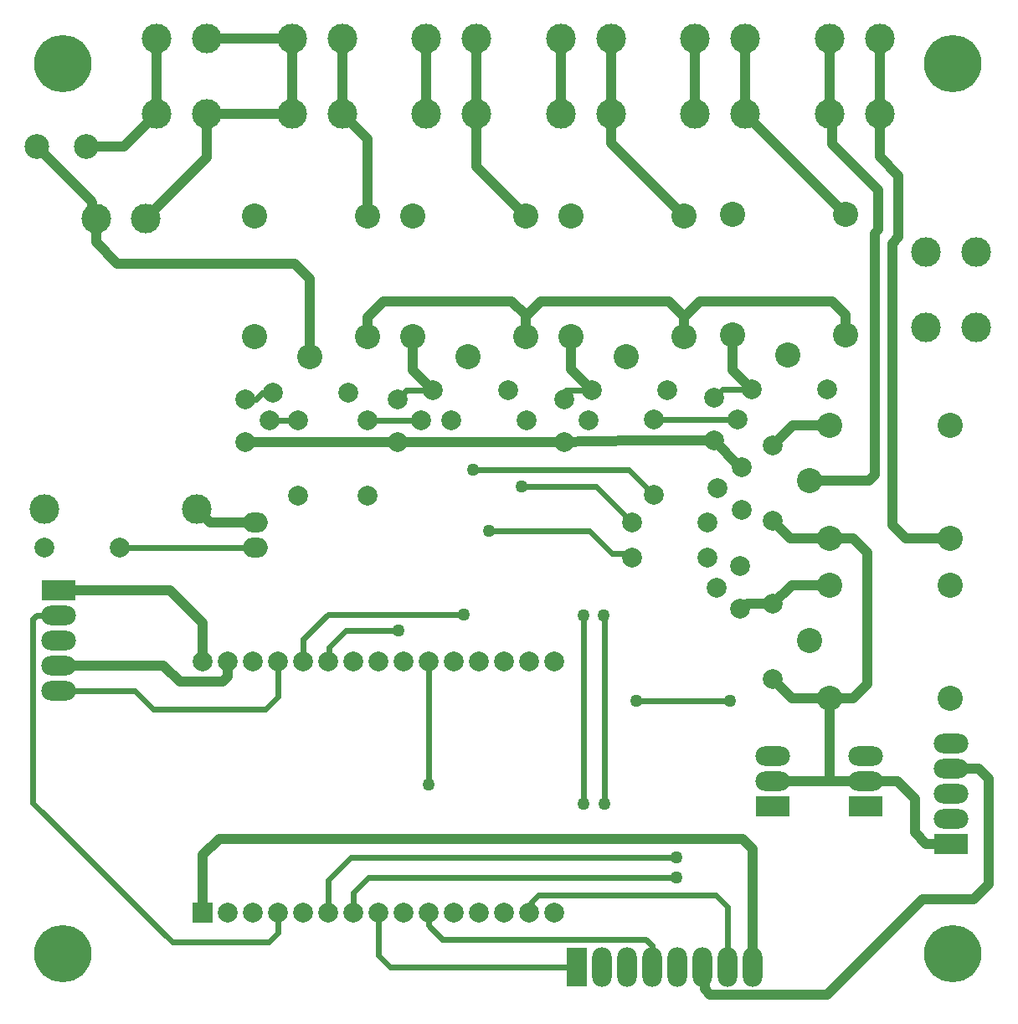
<source format=gbr>
G04*
G04 #@! TF.GenerationSoftware,Altium Limited,Altium Designer,24.3.1 (35)*
G04*
G04 Layer_Physical_Order=2*
G04 Layer_Color=16711680*
%FSLAX25Y25*%
%MOIN*%
G70*
G04*
G04 #@! TF.SameCoordinates,46AF65BB-AA63-4F94-AAD3-FE113F2D5473*
G04*
G04*
G04 #@! TF.FilePolarity,Positive*
G04*
G01*
G75*
%ADD37C,0.02362*%
%ADD38C,0.03937*%
%ADD39C,0.07874*%
%ADD40R,0.07874X0.07874*%
%ADD41C,0.11811*%
%ADD42C,0.10000*%
%ADD43O,0.09843X0.07874*%
%ADD44O,0.13780X0.07874*%
%ADD45R,0.13780X0.07874*%
%ADD46O,0.07874X0.15748*%
%ADD47R,0.07874X0.15748*%
%ADD48O,0.07874X0.15748*%
%ADD49C,0.09843*%
%ADD50C,0.22835*%
%ADD51C,0.05000*%
%ADD52C,0.03937*%
D37*
X165500Y87000D02*
Y136000D01*
X248000Y120500D02*
X285500D01*
X134500Y58000D02*
X264000D01*
X141500Y50000D02*
X264000D01*
X135500Y44000D02*
X141500Y50000D01*
X125500Y49000D02*
X134500Y58000D01*
X125500Y36000D02*
Y49000D01*
X135500Y36000D02*
Y44000D01*
X206555Y37055D02*
Y40555D01*
X205500Y36000D02*
X206555Y37055D01*
Y40555D02*
X209100Y43100D01*
X279900D01*
X284500Y38500D01*
Y14500D02*
Y38500D01*
X235250Y79750D02*
X235500Y79500D01*
X235250Y79750D02*
Y154250D01*
X235000Y154500D02*
X235250Y154250D01*
X227000Y79500D02*
Y154500D01*
X189500Y188000D02*
X229500D01*
X238500Y179000D01*
X246500D01*
X232200Y205800D02*
X246500Y191500D01*
X202500Y205800D02*
X232200D01*
X183000Y212500D02*
X245000D01*
X255000Y202500D01*
X125677Y141677D02*
X132500Y148500D01*
X153500D01*
X125500Y136000D02*
X125677Y136177D01*
Y141677D01*
X155500Y136000D02*
X156427Y136927D01*
X105500Y122000D02*
Y136000D01*
X100500Y117000D02*
X105500Y122000D01*
X55749Y117000D02*
X100500D01*
X48249Y124500D02*
X55749Y117000D01*
X18000Y124500D02*
X48249D01*
X63400Y24400D02*
X101900D01*
X105500Y28000D01*
Y36000D01*
X125250Y154750D02*
X179500D01*
X115500Y145000D02*
X125250Y154750D01*
X115500Y136000D02*
Y145000D01*
X156500Y244000D02*
X167000D01*
X153000Y240500D02*
X156500Y244000D01*
X220000D02*
X230500D01*
X216500Y240500D02*
X220000Y244000D01*
X254500Y14500D02*
Y23000D01*
X251900Y25600D02*
X254500Y23000D01*
X170900Y25600D02*
X251900D01*
X165500Y31000D02*
X170900Y25600D01*
X165500Y31000D02*
Y36000D01*
X9400Y154500D02*
X18000D01*
X7900Y153000D02*
X9400Y154500D01*
X7900Y79900D02*
Y153000D01*
Y79900D02*
X63400Y24400D01*
X282500Y244500D02*
X294000D01*
X279000Y241000D02*
X282500Y244500D01*
X150000Y14500D02*
X224500D01*
X145500Y19000D02*
X150000Y14500D01*
X145500Y19000D02*
Y36000D01*
X99200Y243000D02*
X103500D01*
X96700Y240500D02*
X99200Y243000D01*
X92500Y240500D02*
X96700D01*
X42500Y181500D02*
X96500D01*
X102000Y232000D02*
X113500D01*
X141000D02*
X162500D01*
X255000Y232500D02*
X288500D01*
D38*
X343000Y210306D02*
Y306500D01*
X344500Y308000D01*
Y323806D01*
X326117Y342189D02*
X344500Y323806D01*
X352500Y305000D02*
Y329500D01*
X350000Y190500D02*
Y302500D01*
X352500Y305000D01*
X277559Y3469D02*
X323969D01*
X362000Y41500D01*
X382500D02*
X388500Y47500D01*
Y89500D01*
X362000Y41500D02*
X382500D01*
X373500Y93500D02*
X384500D01*
X388500Y89500D01*
X275253Y5775D02*
Y13747D01*
Y5775D02*
X277559Y3469D01*
X274500Y14500D02*
X275253Y13747D01*
X294500Y14500D02*
Y61500D01*
X82000Y65500D02*
X290500D01*
X294500Y61500D01*
X75500Y36000D02*
Y59000D01*
X82000Y65500D01*
X326000Y88500D02*
X339500D01*
X302500D02*
X326000D01*
X325000Y89500D02*
X326000Y88500D01*
X325000Y89500D02*
Y121500D01*
X363500Y63500D02*
X373500D01*
X359000Y68000D02*
X363500Y63500D01*
X359000Y68000D02*
Y81500D01*
X339500Y88500D02*
X352000D01*
X359000Y81500D01*
X340000Y127000D02*
Y179500D01*
X334500Y185000D02*
X340000Y179500D01*
X309500Y185000D02*
X334500D01*
X325000Y121500D02*
X334500D01*
X340000Y127000D01*
X310000Y121500D02*
X325000D01*
X302500Y129000D02*
X310000Y121500D01*
X302500Y159000D02*
X310000Y166500D01*
X325000D01*
X290565Y157000D02*
X292565Y159000D01*
X302500D01*
X289500Y157000D02*
X290565D01*
X345000Y354000D02*
Y384000D01*
X325000Y354000D02*
Y384000D01*
X355500Y185000D02*
X373000D01*
X350000Y190500D02*
X355500Y185000D01*
X345000Y337000D02*
X352500Y329500D01*
X340694Y208000D02*
X343000Y210306D01*
X317000Y208000D02*
X340694D01*
X345000Y337000D02*
Y354000D01*
X62500Y164500D02*
X75500Y151500D01*
X18000Y164500D02*
X62500D01*
X75500Y136000D02*
Y151500D01*
X216500Y223500D02*
X248300Y224000D01*
X261000Y279500D02*
X267307Y273193D01*
X210000Y279500D02*
X261000D01*
X267024Y273024D02*
X273500Y279500D01*
X326000D01*
X267024Y265524D02*
Y273024D01*
X267000Y265500D02*
X267024Y265524D01*
X331500Y266000D02*
Y274000D01*
X326000Y279500D02*
X331500Y274000D01*
X204000Y273500D02*
X210000Y279500D01*
X204000Y265500D02*
Y274000D01*
X198500Y279500D02*
X204000Y274000D01*
X147500Y279500D02*
X198500D01*
X141000Y265500D02*
X141024Y265524D01*
Y273024D01*
X147500Y279500D01*
X310500Y230000D02*
X325000D01*
X302500Y222000D02*
X310500Y230000D01*
X159000Y252000D02*
X167000Y244000D01*
X159000Y252000D02*
Y265500D01*
X222000Y252500D02*
Y265500D01*
Y252500D02*
X230500Y244000D01*
X286500Y252000D02*
X294000Y244500D01*
X286500Y252000D02*
Y266000D01*
X373000Y185000D02*
X373500Y184500D01*
X326117Y342189D02*
Y352883D01*
X325000Y354000D02*
X326117Y352883D01*
X180000Y256500D02*
X181000Y257500D01*
X31493Y314007D02*
X33000Y312500D01*
X31493Y314007D02*
Y318677D01*
X30993Y319178D02*
X31493Y318677D01*
X30993Y319178D02*
Y319322D01*
X9315Y341000D02*
X30993Y319322D01*
X33000Y303000D02*
Y312500D01*
Y303000D02*
X41500Y294500D01*
X112000D01*
X118000Y288500D01*
Y257500D02*
Y288500D01*
X77000Y354000D02*
X111000D01*
X77000Y384000D02*
X111000D01*
X238000Y342500D02*
Y354000D01*
Y342500D02*
X267000Y313500D01*
X302500Y192000D02*
X309500Y185000D01*
X78409Y191500D02*
X96500D01*
X73157Y196752D02*
X78409Y191500D01*
X248300Y224000D02*
X279000D01*
X289500Y213500D02*
X290000D01*
X279000Y224000D02*
X289500Y213500D01*
X29000Y341000D02*
X44000D01*
X57000Y354000D01*
X141000Y313500D02*
Y344000D01*
X131000Y354000D02*
X141000Y344000D01*
X18000Y134500D02*
X59900D01*
X66300Y128100D01*
X83500D01*
X85500Y130100D01*
Y136000D01*
X184500Y333000D02*
X204000Y313500D01*
X184500Y333000D02*
Y354000D01*
X131000D02*
Y384000D01*
X291500Y354000D02*
X331500Y314000D01*
X77000Y336815D02*
Y354000D01*
X52685Y312500D02*
X77000Y336815D01*
X92500Y223500D02*
X153000D01*
X216500D01*
X57000Y354000D02*
Y384000D01*
X184500Y354000D02*
Y384000D01*
X238000Y354000D02*
Y384000D01*
X291500Y354000D02*
Y384000D01*
X271500Y354000D02*
Y384000D01*
X218000Y354000D02*
Y384000D01*
X164500Y354000D02*
Y384000D01*
X111000Y354000D02*
Y384000D01*
D39*
X215500Y136000D02*
D03*
X205500D02*
D03*
X195500D02*
D03*
X185500D02*
D03*
X175500D02*
D03*
X165500D02*
D03*
X155500D02*
D03*
X145500D02*
D03*
X135500D02*
D03*
X125500D02*
D03*
X115500D02*
D03*
X105500D02*
D03*
X95500D02*
D03*
X85500D02*
D03*
X75500D02*
D03*
X215500Y36000D02*
D03*
X205500D02*
D03*
X195500D02*
D03*
X185500D02*
D03*
X175500D02*
D03*
X165500D02*
D03*
X155500D02*
D03*
X145500D02*
D03*
X135500D02*
D03*
X125500D02*
D03*
X115500D02*
D03*
X105500D02*
D03*
X95500D02*
D03*
X85500D02*
D03*
X289500Y174000D02*
D03*
X280000Y165500D02*
D03*
X289500Y157000D02*
D03*
X302500Y159000D02*
D03*
Y129000D02*
D03*
X276500Y177500D02*
D03*
X246500D02*
D03*
X92500Y240500D02*
D03*
X102000Y232000D02*
D03*
X92500Y223500D02*
D03*
X133500Y243000D02*
D03*
X103500D02*
D03*
X113500Y202000D02*
D03*
Y232000D02*
D03*
X153000Y240500D02*
D03*
X162500Y232000D02*
D03*
X153000Y223500D02*
D03*
X141000Y202000D02*
D03*
Y232000D02*
D03*
X197000Y244000D02*
D03*
X167000D02*
D03*
X174500Y232000D02*
D03*
X204500D02*
D03*
X219500Y240500D02*
D03*
X229000Y232000D02*
D03*
X219500Y223500D02*
D03*
X260500Y244000D02*
D03*
X230500D02*
D03*
X255000Y202500D02*
D03*
Y232500D02*
D03*
X279000Y241000D02*
D03*
X288500Y232500D02*
D03*
X279000Y224000D02*
D03*
X324000Y244500D02*
D03*
X294000D02*
D03*
X246500Y191500D02*
D03*
X276500D02*
D03*
X302500Y192000D02*
D03*
Y222000D02*
D03*
X290000Y196500D02*
D03*
X280500Y205000D02*
D03*
X290000Y213500D02*
D03*
X12500Y181500D02*
D03*
X42500D02*
D03*
D40*
X75500Y36000D02*
D03*
D41*
X383500Y299000D02*
D03*
Y269000D02*
D03*
X363500Y299000D02*
D03*
Y269000D02*
D03*
X12528Y196752D02*
D03*
X73157D02*
D03*
X33000Y312500D02*
D03*
X52685D02*
D03*
X77000Y384000D02*
D03*
Y354000D02*
D03*
X57000Y384000D02*
D03*
Y354000D02*
D03*
X131000Y384000D02*
D03*
Y354000D02*
D03*
X111000Y384000D02*
D03*
Y354000D02*
D03*
X184500Y384000D02*
D03*
Y354000D02*
D03*
X164500Y384000D02*
D03*
Y354000D02*
D03*
X238000Y384000D02*
D03*
Y354000D02*
D03*
X218000Y384000D02*
D03*
Y354000D02*
D03*
X291500Y384000D02*
D03*
Y354000D02*
D03*
X271500Y384000D02*
D03*
Y354000D02*
D03*
X345000Y384000D02*
D03*
Y354000D02*
D03*
X325000Y384000D02*
D03*
Y354000D02*
D03*
D42*
Y166500D02*
D03*
Y121500D02*
D03*
X317000Y144500D02*
D03*
X373000Y166500D02*
D03*
Y121500D02*
D03*
Y185000D02*
D03*
Y230000D02*
D03*
X317000Y208000D02*
D03*
X325000Y185000D02*
D03*
Y230000D02*
D03*
X141000Y313500D02*
D03*
X96000D02*
D03*
X118000Y257500D02*
D03*
X141000Y265500D02*
D03*
X96000D02*
D03*
X204000Y313500D02*
D03*
X159000D02*
D03*
X181000Y257500D02*
D03*
X204000Y265500D02*
D03*
X159000D02*
D03*
X267000Y313500D02*
D03*
X222000D02*
D03*
X244000Y257500D02*
D03*
X267000Y265500D02*
D03*
X222000D02*
D03*
X331500Y314000D02*
D03*
X286500D02*
D03*
X308500Y258000D02*
D03*
X331500Y266000D02*
D03*
X286500D02*
D03*
D43*
X96500Y181500D02*
D03*
Y191500D02*
D03*
D44*
X373500Y73500D02*
D03*
Y83500D02*
D03*
Y93500D02*
D03*
Y103500D02*
D03*
X339500Y88500D02*
D03*
Y98500D02*
D03*
X302500Y88500D02*
D03*
Y98500D02*
D03*
X18000Y154500D02*
D03*
Y144500D02*
D03*
Y134500D02*
D03*
Y124500D02*
D03*
D45*
X373500Y63500D02*
D03*
X339500Y78500D02*
D03*
X302500D02*
D03*
X18000Y164500D02*
D03*
D46*
X264500Y14500D02*
D03*
X244500D02*
D03*
X254500D02*
D03*
X284500D02*
D03*
X274500D02*
D03*
X294500D02*
D03*
D47*
X224500D02*
D03*
D48*
X234500D02*
D03*
D49*
X9315Y341000D02*
D03*
X29000D02*
D03*
D50*
X19685Y19685D02*
D03*
Y374016D02*
D03*
X374016D02*
D03*
Y19685D02*
D03*
D51*
X165500Y87000D02*
D03*
X264000Y58000D02*
D03*
Y50000D02*
D03*
X285500Y120500D02*
D03*
X248000D02*
D03*
X235500Y79500D02*
D03*
X227000D02*
D03*
X235000Y154500D02*
D03*
X227000D02*
D03*
X189500Y188000D02*
D03*
X183000Y212500D02*
D03*
X153500Y148500D02*
D03*
X179500Y154750D02*
D03*
X202500Y205800D02*
D03*
D52*
X25810Y13560D02*
D03*
X13560D02*
D03*
X11024Y19685D02*
D03*
X13560Y25810D02*
D03*
X26006Y25908D02*
D03*
X28543Y19783D02*
D03*
X19685Y11024D02*
D03*
Y28346D02*
D03*
X25810Y367891D02*
D03*
X13560D02*
D03*
X11024Y374016D02*
D03*
X13560Y380140D02*
D03*
X26006Y380239D02*
D03*
X28543Y374114D02*
D03*
X19685Y365354D02*
D03*
Y382677D02*
D03*
X380140Y367891D02*
D03*
X367891D02*
D03*
X365354Y374016D02*
D03*
X367891Y380140D02*
D03*
X380337Y380239D02*
D03*
X382874Y374114D02*
D03*
X374016Y365354D02*
D03*
Y382677D02*
D03*
X380140Y13560D02*
D03*
X367891D02*
D03*
X365354Y19685D02*
D03*
X367891Y25810D02*
D03*
X380337Y25908D02*
D03*
X382874Y19783D02*
D03*
X374016Y11024D02*
D03*
Y28346D02*
D03*
M02*

</source>
